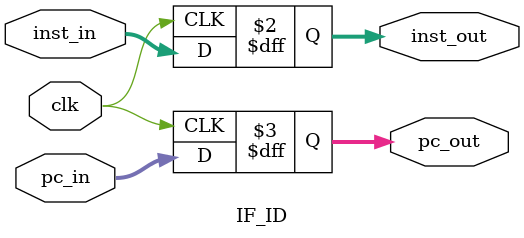
<source format=v>
`timescale 1ns / 1ps

//module description: instruction fetch to instruction decode
module IF_ID(clk, pc_in, inst_in, pc_out, inst_out);

// inputs
input clk;
input [7:0] pc_in;
input [31:0]inst_in;

// outputs
output reg [31:0] inst_out;
output reg [7:0] pc_out;


always@(posedge clk)
begin 
    pc_out = pc_in;
    inst_out = inst_in;
end
endmodule




</source>
